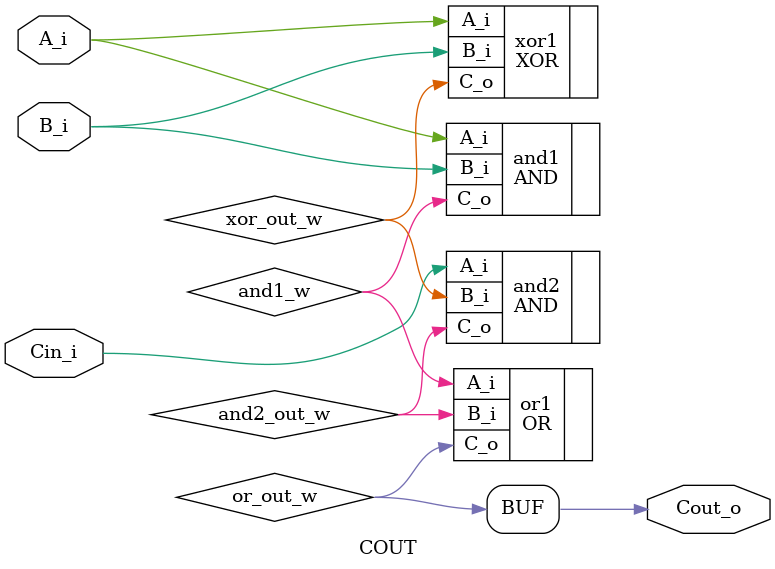
<source format=v>
`timescale 1ns/1ps
module COUT (
	input wire A_i,
	input wire B_i,
	input wire Cin_i,
	output wire Cout_o
);
    wire and1_out_w, and2_out_w, xor_out_w, or_out_w;
    
    AND and1 (
	 .A_i(A_i),
	 .B_i(B_i),
	 .C_o(and1_w)
    );
    
    XOR xor1 (
	.A_i(A_i),
	.B_i(B_i),
	.C_o(xor_out_w)
    );  
    AND and2 (
	 .A_i(Cin_i),
	 .B_i(xor_out_w),
	 .C_o(and2_out_w)
    ); 
    OR or1 (
	.A_i(and1_w),
	.B_i(and2_out_w),
	.C_o(or_out_w)
    );
    assign Cout_o = or_out_w;
endmodule

</source>
